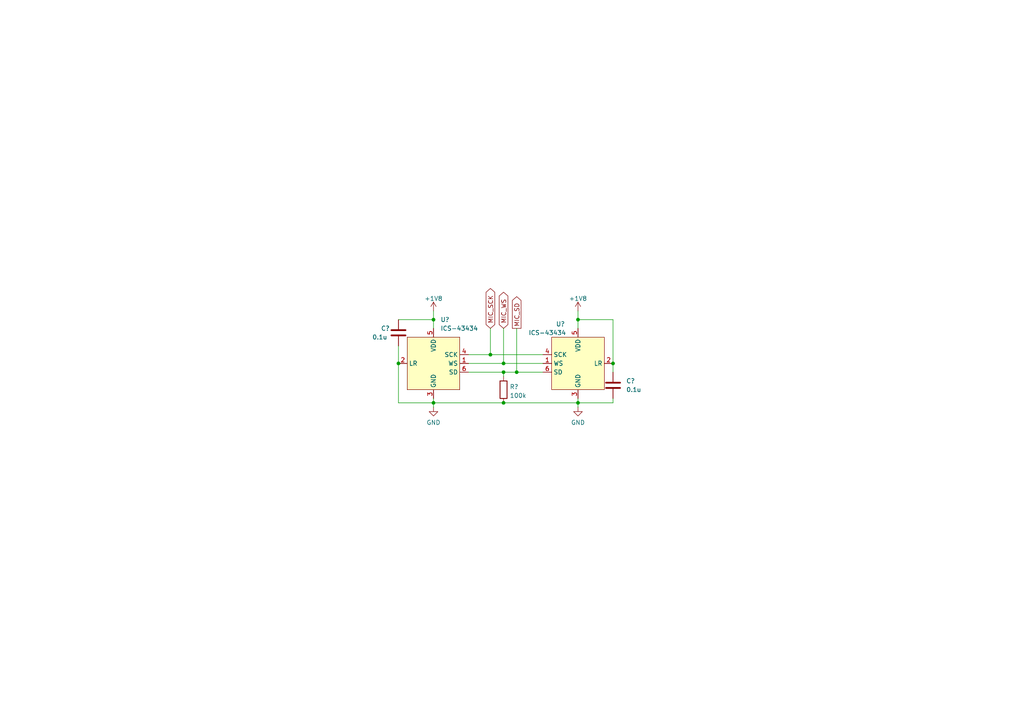
<source format=kicad_sch>
(kicad_sch (version 20211123) (generator eeschema)
  (paper "A4")
  (title_block (title "Stereo Microphone") (date "2022-09-18") (rev "1.0"))
  (lib_symbols
    (symbol "Device:C" (pin_numbers hide) (pin_names (offset 0.254))
      (property "Reference" "C" (at 0.635 2.54 0))
      (property "Value" "C" (at 0.635 -2.54 0))
      (symbol "C_0_1"
        (polyline (pts (xy -2.032 -0.762) (xy 2.032 -0.762)) (stroke (width 0.508)))
        (polyline (pts (xy -2.032 0.762) (xy 2.032 0.762)) (stroke (width 0.508)))
      )
      (symbol "C_1_1"
        (pin passive line (at 0 3.81 270) (length 2.794) (name "~") (number "1"))
        (pin passive line (at 0 -3.81 90) (length 2.794) (name "~") (number "2"))
      )
    )
    (symbol "Device:R" (pin_numbers hide) (pin_names (offset 0))
      (property "Reference" "R" (at 2.032 0 90))
      (property "Value" "R" (at 0 0 90))
      (symbol "R_0_1"
        (rectangle (start -1.016 -2.54) (end 1.016 2.54) (stroke (width 0.254)))
      )
      (symbol "R_1_1"
        (pin passive line (at 0 3.81 270) (length 1.27) (name "~") (number "1"))
        (pin passive line (at 0 -3.81 90) (length 1.27) (name "~") (number "2"))
      )
    )
    (symbol "I2S_MEMS_Microphone:ICS-43434"
      (property "Reference" "U" (at 7.62 12.7 0))
      (property "Value" "ICS-43434" (at 7.62 10.16 0))
      (symbol "ICS-43434_0_1"
        (rectangle (start -7.62 7.62) (end 7.62 -7.62) (stroke (width 0.1524)) (fill (type background)))
      )
      (symbol "ICS-43434_1_1"
        (pin input line (at 10.16 0 180) (length 2.54) (name "WS") (number "1"))
        (pin input line (at -10.16 0 0) (length 2.54) (name "LR") (number "2"))
        (pin power_in line (at 0 -10.16 90) (length 2.54) (name "GND") (number "3"))
        (pin input line (at 10.16 2.54 180) (length 2.54) (name "SCK") (number "4"))
        (pin power_in line (at 0 10.16 270) (length 2.54) (name "VDD") (number "5"))
        (pin output line (at 10.16 -2.54 180) (length 2.54) (name "SD") (number "6"))
      )
    )
    (symbol "power:+1V8" (power) (pin_names (offset 0))
      (property "Value" "+1V8" (at 0 3.556 0))
      (symbol "+1V8_0_1"
        (polyline (pts (xy -0.762 1.27) (xy 0 2.54)))
        (polyline (pts (xy 0 0) (xy 0 2.54)))
        (polyline (pts (xy 0 2.54) (xy 0.762 1.27)))
      )
      (symbol "+1V8_1_1"
        (pin power_in line (at 0 0 90) (length 0) hide (name "+1V8") (number "1"))
      )
    )
    (symbol "power:GND" (power) (pin_names (offset 0))
      (property "Value" "GND" (at 0 -3.81 0))
      (symbol "GND_0_1"
        (polyline (pts (xy 0 0) (xy 0 -1.27) (xy 1.27 -1.27) (xy 0 -2.54) (xy -1.27 -1.27) (xy 0 -1.27)))
      )
      (symbol "GND_1_1"
        (pin power_in line (at 0 0 270) (length 0) hide (name "GND") (number "1"))
      )
    )
  )
  (junction (at 142.24 102.87))
  (junction (at 167.64 92.71))
  (junction (at 167.64 116.84))
  (junction (at 146.05 105.41))
  (junction (at 125.73 116.84))
  (junction (at 125.73 92.71))
  (junction (at 177.8 105.41))
  (junction (at 149.86 107.95))
  (junction (at 146.05 116.84))
  (junction (at 146.05 107.95))
  (junction (at 115.57 105.41))
  (wire (pts (xy 135.89 107.95) (xy 146.05 107.95)))
  (wire (pts (xy 125.73 116.84) (xy 125.73 118.11)))
  (wire (pts (xy 177.8 92.71) (xy 167.64 92.71)))
  (wire (pts (xy 135.89 102.87) (xy 142.24 102.87)))
  (wire (pts (xy 125.73 116.84) (xy 146.05 116.84)))
  (wire (pts (xy 177.8 116.84) (xy 167.64 116.84)))
  (wire (pts (xy 115.57 105.41) (xy 115.57 116.84)))
  (wire (pts (xy 125.73 90.17) (xy 125.73 92.71)))
  (wire (pts (xy 167.64 90.17) (xy 167.64 92.71)))
  (wire (pts (xy 125.73 92.71) (xy 125.73 95.25)))
  (wire (pts (xy 146.05 105.41) (xy 157.48 105.41)))
  (wire (pts (xy 115.57 100.33) (xy 115.57 105.41)))
  (wire (pts (xy 177.8 105.41) (xy 177.8 92.71)))
  (wire (pts (xy 177.8 115.57) (xy 177.8 116.84)))
  (wire (pts (xy 167.64 115.57) (xy 167.64 116.84)))
  (wire (pts (xy 115.57 116.84) (xy 125.73 116.84)))
  (wire (pts (xy 167.64 92.71) (xy 167.64 95.25)))
  (wire (pts (xy 149.86 107.95) (xy 157.48 107.95)))
  (wire (pts (xy 146.05 107.95) (xy 149.86 107.95)))
  (wire (pts (xy 177.8 105.41) (xy 177.8 107.95)))
  (wire (pts (xy 167.64 116.84) (xy 167.64 118.11)))
  (wire (pts (xy 115.57 92.71) (xy 125.73 92.71)))
  (wire (pts (xy 146.05 107.95) (xy 146.05 109.22)))
  (wire (pts (xy 142.24 95.25) (xy 142.24 102.87)))
  (wire (pts (xy 149.86 95.25) (xy 149.86 107.95)))
  (wire (pts (xy 146.05 116.84) (xy 167.64 116.84)))
  (wire (pts (xy 146.05 95.25) (xy 146.05 105.41)))
  (wire (pts (xy 142.24 102.87) (xy 157.48 102.87)))
  (wire (pts (xy 125.73 115.57) (xy 125.73 116.84)))
  (wire (pts (xy 135.89 105.41) (xy 146.05 105.41)))
  (global_label "MIC_SD" (shape output) (at 149.86 95.25 90) (property "Intersheet References" "${INTERSHEET_REFS}" (effects hide)))
  (global_label "MIC_WS" (shape bidirectional) (at 146.05 95.25 90) (property "Intersheet References" "${INTERSHEET_REFS}" (effects hide)))
  (global_label "MIC_SCK" (shape bidirectional) (at 142.24 95.25 90) (property "Intersheet References" "${INTERSHEET_REFS}" (effects hide)))
  (symbol (lib_id "I2S_MEMS_Microphone:ICS-43434") (at 125.73 105.41 0) (unit 1)
    (property "Reference" "U?" (at 127.7494 92.71 0) (effects (justify left)))
    (property "Value" "ICS-43434" (at 127.7494 95.25 0) (effects (justify left)))
  )
  (symbol (lib_id "power:+1V8") (at 125.73 90.17 0) (unit 1)
    (property "Reference" "#PWR?" (effects hide))
    (property "Value" "+1V8" (at 125.73 86.5942 0))
  )
  (symbol (lib_id "Device:C") (at 177.8 111.76 0) (unit 1)
    (property "Reference" "C?" (at 181.61 110.49 0) (effects (justify left)))
    (property "Value" "0.1u" (at 181.61 113.03 0) (effects (justify left)))
  )
  (symbol (lib_id "power:+1V8") (at 167.64 90.17 0) (unit 1)
    (property "Reference" "#PWR?" (effects hide))
    (property "Value" "+1V8" (at 167.64 86.5942 0))
  )
  (symbol (lib_id "I2S_MEMS_Microphone:ICS-43434") (at 167.64 105.41 0) (mirror y) (unit 1)
    (property "Reference" "U?" (at 162.56 93.98 0))
    (property "Value" "ICS-43434" (at 158.75 96.5169 0))
  )
  (symbol (lib_id "power:GND") (at 167.64 118.11 0) (unit 1)
    (property "Reference" "#PWR?" (effects hide))
    (property "Value" "GND" (at 167.64 122.5534 0))
  )
  (symbol (lib_id "Device:C") (at 115.57 96.52 0) (unit 1)
    (property "Reference" "C?" (at 110.49 95.25 0) (effects (justify left)))
    (property "Value" "0.1u" (at 107.95 97.79 0) (effects (justify left)))
  )
  (symbol (lib_id "Device:R") (at 146.05 113.03 0) (unit 1)
    (property "Reference" "R?" (at 147.828 112.1953 0) (effects (justify left)))
    (property "Value" "100k" (at 147.828 114.7322 0) (effects (justify left)))
  )
  (symbol (lib_id "power:GND") (at 125.73 118.11 0) (unit 1)
    (property "Reference" "#PWR?" (effects hide))
    (property "Value" "GND" (at 125.73 122.5534 0))
  )
)
</source>
